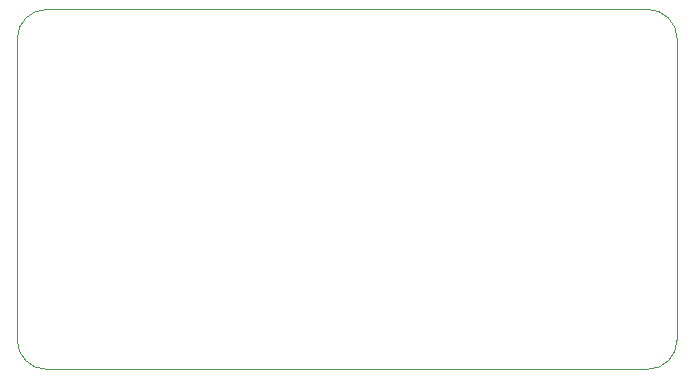
<source format=gbr>
%TF.GenerationSoftware,KiCad,Pcbnew,8.0.6*%
%TF.CreationDate,2025-01-17T09:04:30-05:00*%
%TF.ProjectId,Vanguard_V2,56616e67-7561-4726-945f-56322e6b6963,rev?*%
%TF.SameCoordinates,Original*%
%TF.FileFunction,Profile,NP*%
%FSLAX46Y46*%
G04 Gerber Fmt 4.6, Leading zero omitted, Abs format (unit mm)*
G04 Created by KiCad (PCBNEW 8.0.6) date 2025-01-17 09:04:30*
%MOMM*%
%LPD*%
G01*
G04 APERTURE LIST*
%TA.AperFunction,Profile*%
%ADD10C,0.100000*%
%TD*%
G04 APERTURE END LIST*
D10*
X153380000Y-100480000D02*
G75*
G02*
X150880000Y-102980000I-2500000J0D01*
G01*
X97500000Y-100480000D02*
X97500000Y-75000000D01*
X97500000Y-75000000D02*
G75*
G02*
X100000000Y-72500000I2500000J0D01*
G01*
X100000000Y-72500000D02*
X150880000Y-72500000D01*
X153380000Y-75000000D02*
X153380000Y-100480000D01*
X100000000Y-102980000D02*
G75*
G02*
X97500000Y-100480000I0J2500000D01*
G01*
X150880000Y-72500000D02*
G75*
G02*
X153380000Y-75000000I0J-2500000D01*
G01*
X150880000Y-102980000D02*
X100000000Y-102980000D01*
M02*

</source>
